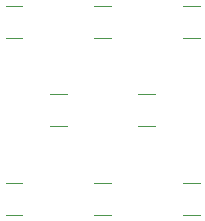
<source format=gbr>
%TF.GenerationSoftware,KiCad,Pcbnew,9.0.2*%
%TF.CreationDate,2025-05-27T11:43:51-07:00*%
%TF.ProjectId,8_6mSiPMs,385f366d-5369-4504-9d73-2e6b69636164,rev?*%
%TF.SameCoordinates,Original*%
%TF.FileFunction,Legend,Bot*%
%TF.FilePolarity,Positive*%
%FSLAX46Y46*%
G04 Gerber Fmt 4.6, Leading zero omitted, Abs format (unit mm)*
G04 Created by KiCad (PCBNEW 9.0.2) date 2025-05-27 11:43:51*
%MOMM*%
%LPD*%
G01*
G04 APERTURE LIST*
%ADD10C,0.120000*%
G04 APERTURE END LIST*
D10*
%TO.C,10 nF*%
X165731946Y-98740000D02*
X167154450Y-98740000D01*
X165731946Y-101460000D02*
X167154450Y-101460000D01*
X158231946Y-98740000D02*
X159654450Y-98740000D01*
X158231946Y-101460000D02*
X159654450Y-101460000D01*
X150731946Y-113740000D02*
X152154450Y-113740000D01*
X150731946Y-116460000D02*
X152154450Y-116460000D01*
X165731946Y-113740000D02*
X167154450Y-113740000D01*
X165731946Y-116460000D02*
X167154450Y-116460000D01*
X154481946Y-106240000D02*
X155904450Y-106240000D01*
X154481946Y-108960000D02*
X155904450Y-108960000D01*
X161981946Y-106240000D02*
X163404450Y-106240000D01*
X161981946Y-108960000D02*
X163404450Y-108960000D01*
X152154450Y-98740000D02*
X150731946Y-98740000D01*
X152154450Y-101460000D02*
X150731946Y-101460000D01*
X158231946Y-113740000D02*
X159654450Y-113740000D01*
X158231946Y-116460000D02*
X159654450Y-116460000D01*
%TD*%
M02*

</source>
